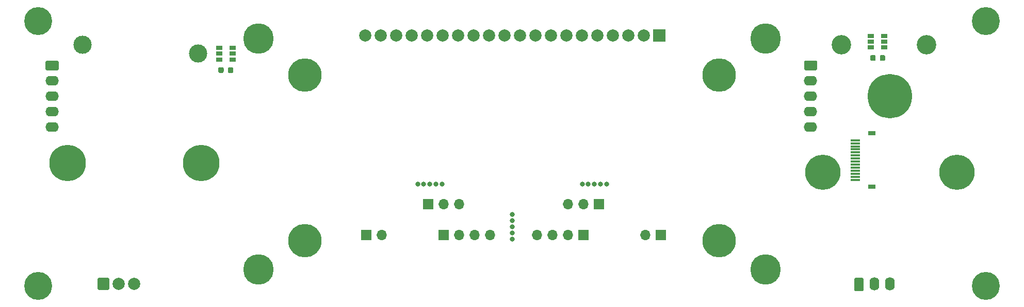
<source format=gbr>
%TF.GenerationSoftware,KiCad,Pcbnew,5.1.9-73d0e3b20d~88~ubuntu18.04.1*%
%TF.CreationDate,2020-12-31T14:23:56+01:00*%
%TF.ProjectId,ss_frontpanel_inner_plate,73735f66-726f-46e7-9470-616e656c5f69,rev?*%
%TF.SameCoordinates,Original*%
%TF.FileFunction,Soldermask,Top*%
%TF.FilePolarity,Negative*%
%FSLAX46Y46*%
G04 Gerber Fmt 4.6, Leading zero omitted, Abs format (unit mm)*
G04 Created by KiCad (PCBNEW 5.1.9-73d0e3b20d~88~ubuntu18.04.1) date 2020-12-31 14:23:56*
%MOMM*%
%LPD*%
G01*
G04 APERTURE LIST*
%ADD10C,3.000000*%
%ADD11O,2.200000X1.600000*%
%ADD12C,2.000000*%
%ADD13C,6.000000*%
%ADD14C,5.800000*%
%ADD15C,7.300000*%
%ADD16C,3.200000*%
%ADD17O,1.600000X2.200000*%
%ADD18C,5.500000*%
%ADD19C,5.000000*%
%ADD20R,2.000000X2.000000*%
%ADD21C,4.600000*%
%ADD22C,0.800000*%
%ADD23O,1.700000X1.700000*%
%ADD24R,1.700000X1.700000*%
%ADD25R,1.200000X0.800000*%
%ADD26R,1.600000X0.300000*%
%ADD27R,1.060000X0.650000*%
G04 APERTURE END LIST*
D10*
%TO.C,ASM1*%
X79500000Y-56500000D03*
X98500000Y-58000000D03*
D11*
X74500000Y-65000000D03*
X74500000Y-62460000D03*
G36*
G01*
X75600000Y-59320000D02*
X75600000Y-60520000D01*
G75*
G02*
X75400000Y-60720000I-200000J0D01*
G01*
X73600000Y-60720000D01*
G75*
G02*
X73400000Y-60520000I0J200000D01*
G01*
X73400000Y-59320000D01*
G75*
G02*
X73600000Y-59120000I200000J0D01*
G01*
X75400000Y-59120000D01*
G75*
G02*
X75600000Y-59320000I0J-200000D01*
G01*
G37*
X74500000Y-70080000D03*
X74500000Y-67540000D03*
G36*
G01*
X83920000Y-95090000D02*
X83920000Y-96690000D01*
G75*
G02*
X83720000Y-96890000I-200000J0D01*
G01*
X82120000Y-96890000D01*
G75*
G02*
X81920000Y-96690000I0J200000D01*
G01*
X81920000Y-95090000D01*
G75*
G02*
X82120000Y-94890000I200000J0D01*
G01*
X83720000Y-94890000D01*
G75*
G02*
X83920000Y-95090000I0J-200000D01*
G01*
G37*
D12*
X85460000Y-95890000D03*
X88000000Y-95890000D03*
D13*
X77000000Y-76000000D03*
X99000000Y-76000000D03*
%TD*%
D14*
%TO.C,ASM2*%
X223000000Y-77500000D03*
D15*
X212000000Y-65000000D03*
D16*
X218000000Y-56500000D03*
X204000000Y-56500000D03*
D11*
X199000000Y-65000000D03*
X199000000Y-62460000D03*
G36*
G01*
X200100000Y-59320000D02*
X200100000Y-60520000D01*
G75*
G02*
X199900000Y-60720000I-200000J0D01*
G01*
X198100000Y-60720000D01*
G75*
G02*
X197900000Y-60520000I0J200000D01*
G01*
X197900000Y-59320000D01*
G75*
G02*
X198100000Y-59120000I200000J0D01*
G01*
X199900000Y-59120000D01*
G75*
G02*
X200100000Y-59320000I0J-200000D01*
G01*
G37*
X199000000Y-67540000D03*
X199000000Y-70080000D03*
D14*
X201000000Y-77500000D03*
D17*
X212000000Y-95890000D03*
X209460000Y-95890000D03*
G36*
G01*
X207720000Y-95100000D02*
X207720000Y-96900000D01*
G75*
G02*
X207520000Y-97100000I-200000J0D01*
G01*
X206320000Y-97100000D01*
G75*
G02*
X206120000Y-96900000I0J200000D01*
G01*
X206120000Y-95100000D01*
G75*
G02*
X206320000Y-94900000I200000J0D01*
G01*
X207520000Y-94900000D01*
G75*
G02*
X207720000Y-95100000I0J-200000D01*
G01*
G37*
%TD*%
D18*
%TO.C,OLED1*%
X116000000Y-88800000D03*
X184000000Y-88800000D03*
X116000000Y-61500000D03*
X184000000Y-61500000D03*
D19*
X191600000Y-55500000D03*
X191600000Y-93500000D03*
X108400000Y-93500000D03*
X108400000Y-55500000D03*
D12*
X125870000Y-55000000D03*
X128410000Y-55000000D03*
X130950000Y-55000000D03*
X133490000Y-55000000D03*
X136030000Y-55000000D03*
X138570000Y-55000000D03*
X141110000Y-55000000D03*
X143650000Y-55000000D03*
X146190000Y-55000000D03*
X148730000Y-55000000D03*
X151270000Y-55000000D03*
X153810000Y-55000000D03*
X156350000Y-55000000D03*
X158890000Y-55000000D03*
X161430000Y-55000000D03*
X163970000Y-55000000D03*
X166510000Y-55000000D03*
X169050000Y-55000000D03*
X171590000Y-55000000D03*
D20*
X174130000Y-55000000D03*
%TD*%
D21*
%TO.C,H4*%
X72250000Y-52670000D03*
%TD*%
%TO.C,H3*%
X227750000Y-52670000D03*
%TD*%
%TO.C,H2*%
X227750000Y-96200000D03*
%TD*%
%TO.C,H1*%
X72250000Y-96200000D03*
%TD*%
D22*
%TO.C,M3*%
X165500000Y-79500000D03*
X161500000Y-79500000D03*
X164500000Y-79500000D03*
X162500000Y-79500000D03*
X163500000Y-79500000D03*
%TD*%
%TO.C,M2*%
X150000000Y-84500000D03*
X150000000Y-88500000D03*
X150000000Y-85500000D03*
X150000000Y-87500000D03*
X150000000Y-86500000D03*
%TD*%
%TO.C,M1*%
X138500000Y-79500000D03*
X134500000Y-79500000D03*
X137500000Y-79500000D03*
X135500000Y-79500000D03*
X136500000Y-79500000D03*
%TD*%
D23*
%TO.C,J6*%
X141320000Y-82760000D03*
X138780000Y-82760000D03*
D24*
X136240000Y-82760000D03*
%TD*%
D23*
%TO.C,J9*%
X159160000Y-82760000D03*
X161700000Y-82760000D03*
D24*
X164240000Y-82760000D03*
%TD*%
D23*
%TO.C,J8*%
X154080000Y-87840000D03*
X156620000Y-87840000D03*
X159160000Y-87840000D03*
D24*
X161700000Y-87840000D03*
%TD*%
D23*
%TO.C,J7*%
X171860000Y-87840000D03*
D24*
X174400000Y-87840000D03*
%TD*%
D23*
%TO.C,J5*%
X146400000Y-87840000D03*
X143860000Y-87840000D03*
X141320000Y-87840000D03*
D24*
X138780000Y-87840000D03*
%TD*%
D23*
%TO.C,J4*%
X128620000Y-87840000D03*
D24*
X126080000Y-87840000D03*
%TD*%
D25*
%TO.C,J3*%
X209000000Y-71100000D03*
X209000000Y-79900000D03*
D26*
X206300000Y-72250000D03*
X206300000Y-72750000D03*
X206300000Y-73250000D03*
X206300000Y-73750000D03*
X206300000Y-74250000D03*
X206300000Y-74750000D03*
X206300000Y-75250000D03*
X206300000Y-75750000D03*
X206300000Y-76250000D03*
X206300000Y-76750000D03*
X206300000Y-77250000D03*
X206300000Y-77750000D03*
X206300000Y-78250000D03*
X206300000Y-78750000D03*
%TD*%
D27*
%TO.C,U2*%
X211100000Y-56000000D03*
X211100000Y-55050000D03*
X211100000Y-56950000D03*
X208900000Y-56950000D03*
X208900000Y-56000000D03*
X208900000Y-55050000D03*
%TD*%
%TO.C,U1*%
X104100000Y-58000000D03*
X104100000Y-57050000D03*
X104100000Y-58950000D03*
X101900000Y-58950000D03*
X101900000Y-58000000D03*
X101900000Y-57050000D03*
%TD*%
%TO.C,C9*%
G36*
G01*
X209650000Y-58443750D02*
X209650000Y-58956250D01*
G75*
G02*
X209431250Y-59175000I-218750J0D01*
G01*
X208993750Y-59175000D01*
G75*
G02*
X208775000Y-58956250I0J218750D01*
G01*
X208775000Y-58443750D01*
G75*
G02*
X208993750Y-58225000I218750J0D01*
G01*
X209431250Y-58225000D01*
G75*
G02*
X209650000Y-58443750I0J-218750D01*
G01*
G37*
G36*
G01*
X211225000Y-58443750D02*
X211225000Y-58956250D01*
G75*
G02*
X211006250Y-59175000I-218750J0D01*
G01*
X210568750Y-59175000D01*
G75*
G02*
X210350000Y-58956250I0J218750D01*
G01*
X210350000Y-58443750D01*
G75*
G02*
X210568750Y-58225000I218750J0D01*
G01*
X211006250Y-58225000D01*
G75*
G02*
X211225000Y-58443750I0J-218750D01*
G01*
G37*
%TD*%
%TO.C,C8*%
G36*
G01*
X102650000Y-60443750D02*
X102650000Y-60956250D01*
G75*
G02*
X102431250Y-61175000I-218750J0D01*
G01*
X101993750Y-61175000D01*
G75*
G02*
X101775000Y-60956250I0J218750D01*
G01*
X101775000Y-60443750D01*
G75*
G02*
X101993750Y-60225000I218750J0D01*
G01*
X102431250Y-60225000D01*
G75*
G02*
X102650000Y-60443750I0J-218750D01*
G01*
G37*
G36*
G01*
X104225000Y-60443750D02*
X104225000Y-60956250D01*
G75*
G02*
X104006250Y-61175000I-218750J0D01*
G01*
X103568750Y-61175000D01*
G75*
G02*
X103350000Y-60956250I0J218750D01*
G01*
X103350000Y-60443750D01*
G75*
G02*
X103568750Y-60225000I218750J0D01*
G01*
X104006250Y-60225000D01*
G75*
G02*
X104225000Y-60443750I0J-218750D01*
G01*
G37*
%TD*%
M02*

</source>
